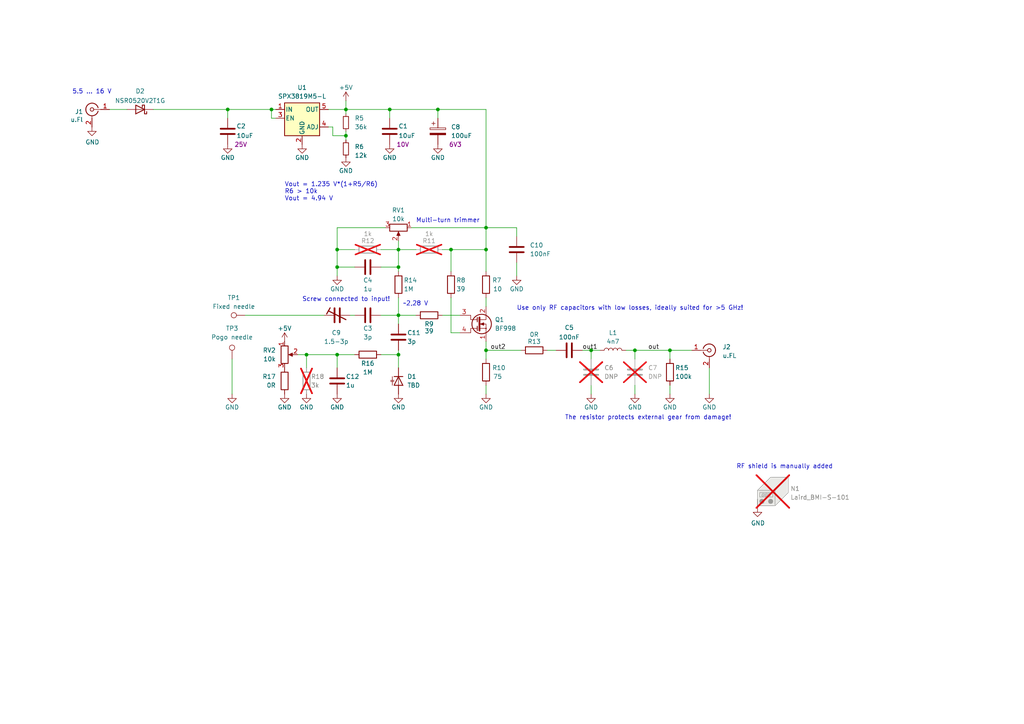
<source format=kicad_sch>
(kicad_sch (version 20250114) (generator "eeschema") (generator_version "9.0")
  (paper "A4")
  (lib_symbols
    (symbol "Connector:Conn_Coaxial" (pin_names (offset 1.016) (hide yes))
      (property "Reference" "J" (at 0.254 3.048 0))
      (property "Value" "Conn_Coaxial" (at 2.921 0 90))
      (symbol "Conn_Coaxial_0_1"
        (polyline (pts (xy -2.54 0) (xy -0.508 0)))
        (arc (start -1.778 0.508) (mid 0.222 1.8083) (end 1.778 0) (stroke (width 0.254)))
        (arc (start 1.778 0) (mid 0.222 -1.808) (end -1.778 -0.508) (stroke (width 0.254)))
        (circle (center 0 0) (radius 0.508) (stroke (width 0.2032)))
        (polyline (pts (xy 0 -2.54) (xy 0 -1.778)))
      )
      (symbol "Conn_Coaxial_1_1"
        (pin passive line (at -5.08 0 0) (length 2.54) (name "In") (number "1"))
        (pin passive line (at 0 -5.08 90) (length 2.54) (name "Ext") (number "2"))
      )
    )
    (symbol "Connector:TestPoint" (pin_numbers (hide yes)) (pin_names (offset 0.762) (hide yes))
      (property "Reference" "TP" (at 0 6.858 0))
      (property "Value" "TestPoint" (at 0 5.08 0))
      (symbol "TestPoint_0_1"
        (circle (center 0 3.302) (radius 0.762))
      )
      (symbol "TestPoint_1_1"
        (pin passive line (at 0 0 90) (length 2.54) (name "1") (number "1"))
      )
    )
    (symbol "Device:C" (pin_numbers (hide yes)) (pin_names (offset 0.254))
      (property "Reference" "C" (at 0.635 2.54 0))
      (property "Value" "C" (at 0.635 -2.54 0))
      (symbol "C_0_1"
        (polyline (pts (xy -2.032 0.762) (xy 2.032 0.762)) (stroke (width 0.508)))
        (polyline (pts (xy -2.032 -0.762) (xy 2.032 -0.762)) (stroke (width 0.508)))
      )
      (symbol "C_1_1"
        (pin passive line (at 0 3.81 270) (length 2.794) (name "~") (number "1"))
        (pin passive line (at 0 -3.81 90) (length 2.794) (name "~") (number "2"))
      )
    )
    (symbol "Device:C_Polarized" (pin_numbers (hide yes)) (pin_names (offset 0.254))
      (property "Reference" "C" (at 0.635 2.54 0))
      (property "Value" "C_Polarized" (at 0.635 -2.54 0))
      (symbol "C_Polarized_0_1"
        (rectangle (start -2.286 0.508) (end 2.286 1.016))
        (polyline (pts (xy -1.778 2.286) (xy -0.762 2.286)))
        (polyline (pts (xy -1.27 2.794) (xy -1.27 1.778)))
        (rectangle (start 2.286 -0.508) (end -2.286 -1.016) (fill (type outline)))
      )
      (symbol "C_Polarized_1_1"
        (pin passive line (at 0 3.81 270) (length 2.794) (name "~") (number "1"))
        (pin passive line (at 0 -3.81 90) (length 2.794) (name "~") (number "2"))
      )
    )
    (symbol "Device:C_Trim" (pin_numbers (hide yes)) (pin_names (offset 0.254) (hide yes))
      (property "Reference" "C" (at 1.524 -2.032 0))
      (property "Value" "C_Trim" (at 3.048 -3.556 0))
      (symbol "C_Trim_0_1"
        (polyline (pts (xy -2.032 0.762) (xy 2.032 0.762)) (stroke (width 0.508)))
        (polyline (pts (xy -2.032 -0.762) (xy 2.032 -0.762)) (stroke (width 0.508)))
        (polyline (pts (xy 1.27 2.54) (xy -1.27 -2.54)) (stroke (width 0.3048)))
        (polyline (pts (xy 1.27 2.54) (xy 0.381 3.048)) (stroke (width 0.3048)))
        (polyline (pts (xy 1.27 2.54) (xy 2.159 2.032)) (stroke (width 0.3048)))
      )
      (symbol "C_Trim_1_1"
        (pin passive line (at 0 3.81 270) (length 3.048) (name "~") (number "1"))
        (pin passive line (at 0 -3.81 90) (length 3.048) (name "~") (number "2"))
      )
    )
    (symbol "Device:D_Capacitance" (pin_numbers (hide yes)) (pin_names (offset 1.016) (hide yes))
      (property "Reference" "D" (at 0 2.54 0))
      (property "Value" "D_Capacitance" (at 0 -3.302 0))
      (symbol "D_Capacitance_0_1"
        (polyline (pts (xy -1.27 1.27) (xy -1.27 -1.27)) (stroke (width 0.254)))
        (polyline (pts (xy -1.27 0) (xy 1.27 0)))
        (polyline (pts (xy -1.27 -1.778) (xy -0.1524 -1.778)))
        (polyline (pts (xy -0.1524 -1.27) (xy -0.1524 -2.286)))
        (polyline (pts (xy 0.1524 -1.27) (xy 0.1524 -2.286)))
        (polyline (pts (xy 0.1524 -1.778) (xy 1.27 -1.778)))
        (polyline (pts (xy 1.27 1.27) (xy 1.27 -1.27) (xy -1.27 0) (xy 1.27 1.27)) (stroke (width 0.254)))
      )
      (symbol "D_Capacitance_1_1"
        (pin passive line (at -3.81 0 0) (length 2.54) (name "K") (number "1"))
        (pin passive line (at 3.81 0 180) (length 2.54) (name "A") (number "2"))
      )
    )
    (symbol "Device:D_Schottky" (pin_numbers (hide yes)) (pin_names (offset 1.016) (hide yes))
      (property "Reference" "D" (at 0 2.54 0))
      (property "Value" "D_Schottky" (at 0 -2.54 0))
      (symbol "D_Schottky_0_1"
        (polyline (pts (xy -1.905 0.635) (xy -1.905 1.27) (xy -1.27 1.27) (xy -1.27 -1.27) (xy -0.635 -1.27) (xy -0.635 -0.635)) (stroke (width 0.254)))
        (polyline (pts (xy 1.27 1.27) (xy 1.27 -1.27) (xy -1.27 0) (xy 1.27 1.27)) (stroke (width 0.254)))
        (polyline (pts (xy 1.27 0) (xy -1.27 0)))
      )
      (symbol "D_Schottky_1_1"
        (pin passive line (at -3.81 0 0) (length 2.54) (name "K") (number "1"))
        (pin passive line (at 3.81 0 180) (length 2.54) (name "A") (number "2"))
      )
    )
    (symbol "Device:L" (pin_numbers (hide yes)) (pin_names (offset 1.016) (hide yes))
      (property "Reference" "L" (at -1.27 0 90))
      (property "Value" "L" (at 1.905 0 90))
      (symbol "L_0_1"
        (arc (start 0 2.54) (mid 0.6323 1.905) (end 0 1.27))
        (arc (start 0 1.27) (mid 0.6323 0.635) (end 0 0))
        (arc (start 0 0) (mid 0.6323 -0.635) (end 0 -1.27))
        (arc (start 0 -1.27) (mid 0.6323 -1.905) (end 0 -2.54))
      )
      (symbol "L_1_1"
        (pin passive line (at 0 3.81 270) (length 1.27) (name "1") (number "1"))
        (pin passive line (at 0 -3.81 90) (length 1.27) (name "2") (number "2"))
      )
    )
    (symbol "Device:R" (pin_numbers (hide yes)) (pin_names (offset 0))
      (property "Reference" "R" (at 2.032 0 90))
      (property "Value" "R" (at 0 0 90))
      (symbol "R_0_1"
        (rectangle (start -1.016 -2.54) (end 1.016 2.54) (stroke (width 0.254)))
      )
      (symbol "R_1_1"
        (pin passive line (at 0 3.81 270) (length 1.27) (name "~") (number "1"))
        (pin passive line (at 0 -3.81 90) (length 1.27) (name "~") (number "2"))
      )
    )
    (symbol "Device:R_Potentiometer" (pin_names (offset 1.016) (hide yes))
      (property "Reference" "RV" (at -4.445 0 90))
      (property "Value" "R_Potentiometer" (at -2.54 0 90))
      (symbol "R_Potentiometer_0_1"
        (rectangle (start 1.016 2.54) (end -1.016 -2.54) (stroke (width 0.254)))
        (polyline (pts (xy 1.143 0) (xy 2.286 0.508) (xy 2.286 -0.508) (xy 1.143 0)) (fill (type outline)))
        (polyline (pts (xy 2.54 0) (xy 1.524 0)))
      )
      (symbol "R_Potentiometer_1_1"
        (pin passive line (at 0 3.81 270) (length 1.27) (name "1") (number "1"))
        (pin passive line (at 0 -3.81 90) (length 1.27) (name "3") (number "3"))
        (pin passive line (at 3.81 0 180) (length 1.27) (name "2") (number "2"))
      )
    )
    (symbol "Device:R_Small" (pin_numbers (hide yes)) (pin_names (offset 0.254) (hide yes))
      (property "Reference" "R" (at 0.762 0.508 0))
      (property "Value" "R_Small" (at 0.762 -1.016 0))
      (symbol "R_Small_0_1"
        (rectangle (start -0.762 1.778) (end 0.762 -1.778) (stroke (width 0.2032)))
      )
      (symbol "R_Small_1_1"
        (pin passive line (at 0 2.54 270) (length 0.762) (name "~") (number "1"))
        (pin passive line (at 0 -2.54 90) (length 0.762) (name "~") (number "2"))
      )
    )
    (symbol "Mechanical:Housing_Pad" (pin_numbers (hide yes)) (pin_names (offset 1.016) (hide yes))
      (property "Reference" "N" (at 4.445 0 0))
      (property "Value" "Housing_Pad" (at 4.445 -1.905 0))
      (symbol "Housing_Pad_0_1"
        (polyline (pts (xy -5.08 0) (xy 0 0) (xy 3.81 3.81)))
        (polyline (pts (xy -5.08 0) (xy -5.08 -4.445) (xy 0 -4.445) (xy 3.81 -0.635) (xy 3.81 3.81) (xy -1.27 3.81) (xy -5.08 0)) (fill (type background)))
        (rectangle (start -4.445 -0.635) (end -0.635 -1.905))
        (polyline (pts (xy -3.8862 -1.5748) (xy -3.8354 -1.3716)))
        (circle (center -3.81 -3.175) (radius 0.635) (fill (type outline)))
        (polyline (pts (xy -3.7846 -1.2192) (xy -3.7338 -0.9652)))
        (polyline (pts (xy -3.7846 -1.6764) (xy -3.429 -1.6764)))
        (polyline (pts (xy -3.683 -1.3208) (xy -3.3782 -1.3208)))
        (polyline (pts (xy -3.5814 -0.9144) (xy -3.2766 -0.9144)))
        (polyline (pts (xy -3.2766 -1.6256) (xy -3.2258 -1.3716)))
        (polyline (pts (xy -3.175 -1.2192) (xy -3.1242 -0.9652)))
        (polyline (pts (xy -2.9718 -1.5748) (xy -2.921 -1.3716)))
        (polyline (pts (xy -2.8702 -1.2192) (xy -2.8194 -0.9652)))
        (polyline (pts (xy -2.8702 -1.6764) (xy -2.5146 -1.6764)))
        (polyline (pts (xy -2.7686 -1.3208) (xy -2.4638 -1.3208)))
        (polyline (pts (xy -2.667 -0.9144) (xy -2.3622 -0.9144)))
        (polyline (pts (xy -2.3622 -1.6256) (xy -2.3114 -1.3716)))
        (polyline (pts (xy -2.2606 -1.2192) (xy -2.2098 -0.9652)))
        (polyline (pts (xy -2.0574 -1.5748) (xy -2.0066 -1.3716)))
        (polyline (pts (xy -1.9558 -1.2192) (xy -1.905 -0.9652)))
        (polyline (pts (xy -1.9558 -1.6764) (xy -1.6002 -1.6764)))
        (polyline (pts (xy -1.8542 -1.3208) (xy -1.5494 -1.3208)))
        (polyline (pts (xy -1.7526 -0.9144) (xy -1.4478 -0.9144)))
        (polyline (pts (xy -1.4478 -1.6256) (xy -1.397 -1.3716)))
        (polyline (pts (xy -1.3462 -1.2192) (xy -1.2954 -0.9652)))
        (circle (center -1.27 -3.175) (radius 0.635) (fill (type outline)))
        (polyline (pts (xy 0 0) (xy 0 -4.445)))
      )
      (symbol "Housing_Pad_1_1"
        (pin input line (at -5.08 -5.08 90) (length 2.54) (name "PAD") (number "1"))
      )
    )
    (symbol "Regulator_Linear:SPX3819M5-L" (pin_names (offset 0.254))
      (property "Reference" "U" (at -3.81 5.715 0))
      (property "Value" "SPX3819M5-L" (at 0 5.715 0))
      (symbol "SPX3819M5-L_0_1"
        (rectangle (start -5.08 4.445) (end 5.08 -5.08) (stroke (width 0.254)) (fill (type background)))
      )
      (symbol "SPX3819M5-L_1_1"
        (pin power_in line (at -7.62 2.54 0) (length 2.54) (name "IN") (number "1"))
        (pin input line (at -7.62 0 0) (length 2.54) (name "EN") (number "3"))
        (pin power_in line (at 0 -7.62 90) (length 2.54) (name "GND") (number "2"))
        (pin power_out line (at 7.62 2.54 180) (length 2.54) (name "OUT") (number "5"))
        (pin input line (at 7.62 -2.54 180) (length 2.54) (name "ADJ") (number "4"))
      )
    )
    (symbol "petr:u.FL" (pin_names (offset 1.016) (hide yes))
      (property "Reference" "J" (at 1.27 -3.175 0))
      (property "Value" "u.FL" (at 1.27 -5.4864 0))
      (symbol "u.FL_0_1"
        (polyline (pts (xy -2.54 0) (xy -0.508 0)))
        (arc (start -1.778 0.508) (mid 0.222 1.8083) (end 1.778 0) (stroke (width 0.254)))
        (arc (start 1.778 0) (mid 0.222 -1.808) (end -1.778 -0.508) (stroke (width 0.254)))
        (circle (center 0 0) (radius 0.508) (stroke (width 0.2032)))
        (polyline (pts (xy 0 -2.54) (xy 0 -1.778)))
      )
      (symbol "u.FL_1_1"
        (pin passive line (at -5.08 0 0) (length 2.54) (name "In") (number "1"))
        (pin passive line (at 0 -5.08 90) (length 2.54) (name "Ext") (number "2"))
      )
    )
    (symbol "petr_kicad:BF998-petr_kicad_1" (pin_names (offset 0) (hide yes))
      (property "Reference" "Q" (at 5.08 1.905 0))
      (property "Value" "BF998-petr_kicad_1" (at 5.08 0 0))
      (symbol "BF998-petr_kicad_1_0_1"
        (polyline (pts (xy 0 1.27) (xy -1.905 1.27) (xy -1.905 2.54) (xy -2.54 2.54)))
        (polyline (pts (xy 0 0.635) (xy 0 1.905)) (stroke (width 0.254)))
        (polyline (pts (xy 0 -0.635) (xy 0 -1.905) (xy 0 -1.524)) (stroke (width 0.254)))
        (polyline (pts (xy 0 -1.27) (xy -1.905 -1.27) (xy -1.905 -2.54) (xy -2.54 -2.54)))
        (polyline (pts (xy 0.635 1.905) (xy 0.635 -1.905)) (stroke (width 0.508)))
        (polyline (pts (xy 0.762 1.27) (xy 2.54 1.27) (xy 2.54 2.54) (xy 2.54 2.54)))
        (polyline (pts (xy 0.762 0) (xy 1.27 0) (xy 2.54 0) (xy 2.54 -1.27) (xy 2.54 -1.27)))
        (polyline (pts (xy 0.762 -1.27) (xy 2.54 -1.27) (xy 2.54 -2.54) (xy 2.54 -2.54)))
        (polyline (pts (xy 0.889 0) (xy 1.905 0.381) (xy 1.905 -0.381) (xy 0.889 0) (xy 1.016 0) (xy 1.016 0)) (fill (type outline)))
        (circle (center 1.27 0) (radius 2.8194) (stroke (width 0.254)))
        (circle (center 2.54 -1.27) (radius 0.127))
      )
      (symbol "BF998-petr_kicad_1_1_1"
        (pin passive line (at -5.08 2.54 0) (length 2.54) (name "G1") (number "3"))
        (pin passive line (at -5.08 -2.54 0) (length 2.54) (name "G2") (number "4"))
        (pin passive line (at 2.54 5.08 270) (length 2.54) (name "D") (number "2"))
        (pin passive line (at 2.54 -5.08 90) (length 2.54) (name "S") (number "1"))
      )
    )
    (symbol "power:+5V" (power) (pin_numbers (hide yes)) (pin_names (offset 0) (hide yes))
      (property "Value" "+5V" (at 0 3.556 0))
      (symbol "+5V_0_1"
        (polyline (pts (xy -0.762 1.27) (xy 0 2.54)))
        (polyline (pts (xy 0 2.54) (xy 0.762 1.27)))
        (polyline (pts (xy 0 0) (xy 0 2.54)))
      )
      (symbol "+5V_1_1"
        (pin power_in line (at 0 0 90) (length 0) (name "~") (number "1"))
      )
    )
    (symbol "power:GND" (power) (pin_names (offset 0))
      (property "Value" "GND" (at 0 -3.81 0))
      (symbol "GND_0_1"
        (polyline (pts (xy 0 0) (xy 0 -1.27) (xy 1.27 -1.27) (xy 0 -2.54) (xy -1.27 -1.27) (xy 0 -1.27)))
      )
      (symbol "GND_1_1"
        (pin power_in line (at 0 0 270) (length 0) (hide yes) (name "GND") (number "1"))
      )
    )
  )
  (text "Use only RF capacitors with low losses, ideally suited for >5 GHz!" (at 149.86 90.17 0) (effects (font (size 1.27 1.27)) (justify left bottom)))
  (text "RF shield is manually added\n" (at 227.584 135.382 0) (effects (font (size 1.27 1.27))))
  (text "~2,28 V" (at 116.84 88.9 0) (effects (font (size 1.27 1.27)) (justify left bottom)))
  (text "Multi-turn trimmer" (at 120.65 64.77 0) (effects (font (size 1.27 1.27)) (justify left bottom)))
  (text "The resistor protects external gear from damage!" (at 163.83 121.92 0) (effects (font (size 1.27 1.27)) (justify left bottom)))
  (text "Vout = 1.235 V*(1+R5/R6)\nR6 > 10k\nVout = 4.94 V" (at 82.55 58.42 0) (effects (font (size 1.27 1.27)) (justify left bottom)))
  (text "Screw connected to input!" (at 87.63 87.63 0) (effects (font (size 1.27 1.27)) (justify left bottom)))
  (text "5.5 ... 16 V" (at 26.67 26.67 0) (effects (font (size 1.27 1.27))))
  (junction (at 115.57 91.44))
  (junction (at 140.97 72.39))
  (junction (at 127 31.75))
  (junction (at 194.31 101.6))
  (junction (at 97.79 102.87))
  (junction (at 115.57 77.47))
  (junction (at 100.33 39.37))
  (junction (at 115.57 102.87))
  (junction (at 97.79 72.39))
  (junction (at 140.97 101.6))
  (junction (at 100.33 31.75))
  (junction (at 113.03 31.75))
  (junction (at 171.45 101.6))
  (junction (at 66.04 31.75))
  (junction (at 97.79 77.47))
  (junction (at 78.74 31.75))
  (junction (at 140.97 66.04))
  (junction (at 115.57 72.39))
  (junction (at 184.15 101.6))
  (junction (at 130.81 72.39))
  (junction (at 88.9 102.87))
  (wire (pts (xy 66.04 31.75) (xy 66.04 34.29)))
  (wire (pts (xy 127 31.75) (xy 113.03 31.75)))
  (wire (pts (xy 184.15 101.6) (xy 194.31 101.6)))
  (wire (pts (xy 130.81 72.39) (xy 130.81 78.74)))
  (wire (pts (xy 113.03 31.75) (xy 113.03 34.29)))
  (wire (pts (xy 115.57 91.44) (xy 115.57 93.98)))
  (wire (pts (xy 140.97 86.36) (xy 140.97 88.9)))
  (wire (pts (xy 115.57 91.44) (xy 115.57 86.36)))
  (wire (pts (xy 115.57 72.39) (xy 120.65 72.39)))
  (wire (pts (xy 149.86 66.04) (xy 140.97 66.04)))
  (wire (pts (xy 71.12 91.44) (xy 93.98 91.44)))
  (wire (pts (xy 100.33 29.21) (xy 100.33 31.75)))
  (wire (pts (xy 97.79 77.47) (xy 102.87 77.47)))
  (wire (pts (xy 88.9 102.87) (xy 88.9 106.68)))
  (wire (pts (xy 181.61 101.6) (xy 184.15 101.6)))
  (wire (pts (xy 102.87 72.39) (xy 97.79 72.39)))
  (wire (pts (xy 184.15 114.3) (xy 184.15 111.76)))
  (wire (pts (xy 44.45 31.75) (xy 66.04 31.75)))
  (wire (pts (xy 140.97 72.39) (xy 140.97 78.74)))
  (wire (pts (xy 95.25 31.75) (xy 100.33 31.75)))
  (wire (pts (xy 158.75 101.6) (xy 161.29 101.6)))
  (wire (pts (xy 133.35 96.52) (xy 130.81 96.52)))
  (wire (pts (xy 133.35 91.44) (xy 128.27 91.44)))
  (wire (pts (xy 78.74 31.75) (xy 78.74 34.29)))
  (wire (pts (xy 130.81 86.36) (xy 130.81 96.52)))
  (wire (pts (xy 140.97 31.75) (xy 140.97 66.04)))
  (wire (pts (xy 96.52 36.83) (xy 96.52 39.37)))
  (wire (pts (xy 140.97 31.75) (xy 127 31.75)))
  (wire (pts (xy 171.45 101.6) (xy 173.99 101.6)))
  (wire (pts (xy 205.74 114.3) (xy 205.74 106.68)))
  (wire (pts (xy 149.86 76.2) (xy 149.86 80.01)))
  (wire (pts (xy 110.49 91.44) (xy 115.57 91.44)))
  (wire (pts (xy 171.45 101.6) (xy 171.45 104.14)))
  (wire (pts (xy 171.45 111.76) (xy 171.45 114.3)))
  (wire (pts (xy 100.33 31.75) (xy 113.03 31.75)))
  (wire (pts (xy 149.86 68.58) (xy 149.86 66.04)))
  (wire (pts (xy 115.57 102.87) (xy 115.57 106.68)))
  (wire (pts (xy 194.31 114.3) (xy 194.31 111.76)))
  (wire (pts (xy 88.9 102.87) (xy 97.79 102.87)))
  (wire (pts (xy 97.79 66.04) (xy 97.79 72.39)))
  (wire (pts (xy 100.33 38.1) (xy 100.33 39.37)))
  (wire (pts (xy 119.38 66.04) (xy 140.97 66.04)))
  (wire (pts (xy 67.31 104.14) (xy 67.31 114.3)))
  (wire (pts (xy 127 31.75) (xy 127 34.29)))
  (wire (pts (xy 115.57 72.39) (xy 115.57 77.47)))
  (wire (pts (xy 31.75 31.75) (xy 36.83 31.75)))
  (wire (pts (xy 95.25 36.83) (xy 96.52 36.83)))
  (wire (pts (xy 78.74 31.75) (xy 80.01 31.75)))
  (wire (pts (xy 128.27 72.39) (xy 130.81 72.39)))
  (wire (pts (xy 101.6 91.44) (xy 102.87 91.44)))
  (wire (pts (xy 80.01 34.29) (xy 78.74 34.29)))
  (wire (pts (xy 97.79 72.39) (xy 97.79 77.47)))
  (wire (pts (xy 140.97 101.6) (xy 140.97 99.06)))
  (wire (pts (xy 100.33 33.02) (xy 100.33 31.75)))
  (wire (pts (xy 184.15 101.6) (xy 184.15 104.14)))
  (wire (pts (xy 97.79 102.87) (xy 102.87 102.87)))
  (wire (pts (xy 111.76 66.04) (xy 97.79 66.04)))
  (wire (pts (xy 115.57 91.44) (xy 120.65 91.44)))
  (wire (pts (xy 194.31 101.6) (xy 200.66 101.6)))
  (wire (pts (xy 115.57 101.6) (xy 115.57 102.87)))
  (wire (pts (xy 140.97 114.3) (xy 140.97 111.76)))
  (wire (pts (xy 140.97 101.6) (xy 151.13 101.6)))
  (wire (pts (xy 66.04 31.75) (xy 78.74 31.75)))
  (wire (pts (xy 115.57 69.85) (xy 115.57 72.39)))
  (wire (pts (xy 100.33 40.64) (xy 100.33 39.37)))
  (wire (pts (xy 97.79 77.47) (xy 97.79 80.01)))
  (wire (pts (xy 140.97 66.04) (xy 140.97 72.39)))
  (wire (pts (xy 115.57 77.47) (xy 115.57 78.74)))
  (wire (pts (xy 86.36 102.87) (xy 88.9 102.87)))
  (wire (pts (xy 110.49 77.47) (xy 115.57 77.47)))
  (wire (pts (xy 130.81 72.39) (xy 140.97 72.39)))
  (wire (pts (xy 194.31 101.6) (xy 194.31 104.14)))
  (wire (pts (xy 96.52 39.37) (xy 100.33 39.37)))
  (wire (pts (xy 110.49 72.39) (xy 115.57 72.39)))
  (wire (pts (xy 140.97 101.6) (xy 140.97 104.14)))
  (wire (pts (xy 110.49 102.87) (xy 115.57 102.87)))
  (wire (pts (xy 97.79 102.87) (xy 97.79 106.68)))
  (wire (pts (xy 168.91 101.6) (xy 171.45 101.6)))
  (label "out1" (at 168.91 101.6 0))
  (label "out2" (at 142.24 101.6 0))
  (label "out" (at 187.96 101.6 0))
  (symbol (lib_id "Device:C") (at 66.04 38.1 180) (unit 1)
    (property "Reference" "C2" (at 68.58 36.5949 0) (effects (justify right)))
    (property "Value" "10uF" (at 68.58 39.37 0) (effects (justify right)))
    (property "Footprint" "Capacitor_SMD:C_0603_1608Metric" (effects (hide yes)))
    (property "voltage" "25V" (at 69.85 41.91 0))
    (property "MPN" "CL10A106MA8NRNC" (effects (hide yes)))
    (property "OC_LCSC" "C96446" (effects (hide yes)))
    (property "LCSC Part" "C96446" (effects (hide yes)))
  )
  (symbol (lib_id "Device:C") (at 184.15 107.95 180) (unit 1) (dnp yes)
    (property "Reference" "C7" (at 187.96 106.68 0) (effects (justify right)))
    (property "Value" "DNP" (at 187.96 109.22 0) (effects (justify right)))
    (property "Description" "Unpolarized capacitor" (effects (hide yes)))
  )
  (symbol (lib_id "Device:R") (at 154.94 101.6 90) (unit 1)
    (property "Reference" "R13" (at 154.94 99.06 90))
    (property "Value" "0R" (at 154.94 97.028 90))
    (property "Description" "Resistor" (effects (hide yes)))
  )
  (symbol (lib_id "Device:R") (at 88.9 110.49 180) (unit 1) (dnp yes)
    (property "Reference" "R18" (at 90.17 109.22 0) (effects (justify right)))
    (property "Value" "3k" (at 90.17 111.76 0) (effects (justify right)))
    (property "Description" "Resistor" (effects (hide yes)))
  )
  (symbol (lib_id "Device:C") (at 115.57 97.79 180) (unit 1)
    (property "Reference" "C11" (at 118.11 96.52 0) (effects (justify right)))
    (property "Value" "3p" (at 118.11 99.06 0) (effects (justify right)))
    (property "Description" "Unpolarized capacitor" (effects (hide yes)))
  )
  (symbol (lib_id "petr_kicad:BF998-petr_kicad_1") (at 138.43 93.98 0) (unit 1)
    (property "Reference" "Q1" (at 143.51 92.7099 0) (effects (justify left)))
    (property "Value" "BF998" (at 143.51 95.2499 0) (effects (justify left)))
    (property "Footprint" "Package_TO_SOT_SMD:SOT-143" (effects (hide yes)))
  )
  (symbol (lib_id "Device:C") (at 165.1 101.6 90) (unit 1)
    (property "Reference" "C5" (at 165.1 95.0149 90))
    (property "Value" "100nF" (at 165.1 97.79 90))
    (property "Footprint" "Capacitor_SMD:C_1206_3216Metric" (effects (hide yes)))
    (property "dielectric" "NP0" (effects (hide yes)))
    (property "MPN" "GRM3195C1H104GA05D" (effects (hide yes)))
    (property "OC_LCSC" "C907944" (effects (hide yes)))
    (property "LCSC Part" "C2981728" (effects (hide yes)))
    (property "LCSC alternative" "C2981728" (effects (hide yes)))
  )
  (symbol (lib_id "power:GND") (at 205.74 114.3 0) (unit 1)
    (property "Reference" "#PWR0107" (effects (hide yes)))
    (property "Value" "GND" (at 205.74 118.11 0))
  )
  (symbol (lib_id "Connector:TestPoint") (at 67.31 104.14 0) (unit 1) (in_bom no)
    (property "Reference" "TP3" (at 67.31 95.25 0))
    (property "Value" "Pogo needle" (at 67.31 97.79 0))
    (property "Footprint" "TestPoint:TestPoint_THTPad_D2.0mm_Drill1.0mm" (effects (hide yes)))
  )
  (symbol (lib_id "power:GND") (at 219.71 147.32 0) (unit 1)
    (property "Reference" "#PWR02" (effects (hide yes)))
    (property "Value" "GND" (at 219.837 151.7142 0))
  )
  (symbol (lib_id "power:GND") (at 66.04 41.91 0) (unit 1)
    (property "Reference" "#PWR05" (effects (hide yes)))
    (property "Value" "GND" (at 66.04 45.72 0))
  )
  (symbol (lib_id "power:GND") (at 115.57 114.3 0) (unit 1)
    (property "Reference" "#PWR0109" (effects (hide yes)))
    (property "Value" "GND" (at 115.57 118.11 0))
  )
  (symbol (lib_id "Device:R_Potentiometer") (at 115.57 66.04 270) (unit 1)
    (property "Reference" "RV1" (at 115.57 60.96 90))
    (property "Value" "10k" (at 115.57 63.5 90))
    (property "Description" "Potentiometer" (effects (hide yes)))
  )
  (symbol (lib_id "Device:R") (at 130.81 82.55 0) (unit 1)
    (property "Reference" "R8" (at 132.334 81.28 0) (effects (justify left)))
    (property "Value" "39" (at 132.334 83.82 0) (effects (justify left)))
    (property "Description" "Resistor" (effects (hide yes)))
  )
  (symbol (lib_id "Connector:Conn_Coaxial") (at 26.67 31.75 0) (mirror y) (unit 1)
    (property "Reference" "J1" (at 24.13 32.385 0) (effects (justify left)))
    (property "Value" "u.Fl" (at 24.13 34.6964 0) (effects (justify left)))
    (property "Footprint" "Connector_Coaxial:U.FL_Molex_MCRF_73412-0110_Vertical" (effects (hide yes)))
    (property "Datasheet" " ~" (effects (hide yes)))
    (property "MPN" "CONMHF1-SMD-G-T" (effects (hide yes)))
    (property "LCSC Part" "C5137195" (effects (hide yes)))
  )
  (symbol (lib_id "Device:R") (at 106.68 102.87 90) (unit 1)
    (property "Reference" "R16" (at 106.68 105.41 90))
    (property "Value" "1M" (at 106.68 107.95 90))
    (property "Description" "Resistor" (effects (hide yes)))
  )
  (symbol (lib_id "power:GND") (at 100.33 45.72 0) (unit 1)
    (property "Reference" "#PWR07" (effects (hide yes)))
    (property "Value" "GND" (at 100.33 49.53 0))
  )
  (symbol (lib_id "power:GND") (at 67.31 114.3 0) (unit 1)
    (property "Reference" "#PWR0113" (effects (hide yes)))
    (property "Value" "GND" (at 67.31 118.11 0))
  )
  (symbol (lib_id "Regulator_Linear:SPX3819M5-L") (at 87.63 34.29 0) (unit 1)
    (property "Reference" "U1" (at 87.63 25.4 0))
    (property "Value" "SPX3819M5-L" (at 87.63 27.94 0))
    (property "Footprint" "Package_TO_SOT_SMD:SOT-23-5" (effects (hide yes)))
    (property "Datasheet" "https://www.exar.com/content/document.ashx?id=22106&languageid=1033&type=Datasheet&partnumber=SPX3819&filename=SPX3819.pdf&part=SPX3819" (effects (hide yes)))
    (property "OC_LCSC" "C9056" (effects (hide yes)))
    (property "MPN" "SPX3819M5-L/TR" (effects (hide yes)))
    (property "LCSC Part" "C9056" (effects (hide yes)))
  )
  (symbol (lib_id "Device:C") (at 106.68 91.44 90) (unit 1)
    (property "Reference" "C3" (at 106.68 95.25 90))
    (property "Value" "3p" (at 106.68 97.79 90))
    (property "Description" "Unpolarized capacitor" (effects (hide yes)))
  )
  (symbol (lib_id "power:+5V") (at 100.33 29.21 0) (unit 1)
    (property "Reference" "#PWR04" (effects (hide yes)))
    (property "Value" "+5V" (at 100.33 25.4 0))
    (property "Description" "Power symbol creates a global label with name \"+5V\"" (effects (hide yes)))
  )
  (symbol (lib_id "power:GND") (at 149.86 80.01 0) (unit 1)
    (property "Reference" "#PWR0115" (effects (hide yes)))
    (property "Value" "GND" (at 149.86 83.82 0))
  )
  (symbol (lib_id "Device:D_Schottky") (at 40.64 31.75 180) (unit 1)
    (property "Reference" "D2" (at 40.64 26.4349 0))
    (property "Value" "NSR0520V2T1G" (at 40.64 29.21 0))
    (property "Footprint" "Diode_SMD:D_SOD-523" (effects (hide yes)))
    (property "comment" "just about any schottky will do" (effects (hide yes)))
    (property "MPN" "NSR0520V2T1G" (effects (hide yes)))
    (property "OC_LCSC" "C99683" (effects (hide yes)))
    (property "LCSC Part" "C99683" (effects (hide yes)))
  )
  (symbol (lib_id "Device:C_Trim") (at 97.79 91.44 90) (unit 1)
    (property "Reference" "C9" (at 97.536 96.52 90))
    (property "Value" "1.5-3p" (at 97.536 99.06 90))
    (property "Description" "Trimmable capacitor" (effects (hide yes)))
  )
  (symbol (lib_id "Device:R") (at 115.57 82.55 0) (unit 1)
    (property "Reference" "R14" (at 117.094 81.28 0) (effects (justify left)))
    (property "Value" "1M" (at 117.094 83.82 0) (effects (justify left)))
    (property "Description" "Resistor" (effects (hide yes)))
  )
  (symbol (lib_id "Device:C") (at 149.86 72.39 180) (unit 1)
    (property "Reference" "C10" (at 153.67 71.1199 0) (effects (justify right)))
    (property "Value" "100nF" (at 153.67 73.6599 0) (effects (justify right)))
    (property "Footprint" "Capacitor_SMD:C_1206_3216Metric" (effects (hide yes)))
    (property "dielectric" "NP0" (effects (hide yes)))
    (property "MPN" "GRM3195C1H104GA05D" (effects (hide yes)))
    (property "OC_LCSC" "C907944" (effects (hide yes)))
    (property "LCSC Part" "C2981728" (effects (hide yes)))
    (property "LCSC alternative" "C2981728" (effects (hide yes)))
  )
  (symbol (lib_id "Device:L") (at 177.8 101.6 90) (unit 1)
    (property "Reference" "L1" (at 177.8 96.52 90))
    (property "Value" "4n7" (at 177.8 99.06 90))
    (property "Description" "Inductor" (effects (hide yes)))
  )
  (symbol (lib_id "Device:R") (at 140.97 82.55 0) (unit 1)
    (property "Reference" "R7" (at 142.748 81.28 0) (effects (justify left)))
    (property "Value" "10" (at 143.002 83.82 0) (effects (justify left)))
    (property "Description" "Resistor" (effects (hide yes)))
  )
  (symbol (lib_id "Device:D_Capacitance") (at 115.57 110.49 270) (unit 1)
    (property "Reference" "D1" (at 118.11 109.2199 90) (effects (justify left)))
    (property "Value" "TBD" (at 118.11 111.7599 90) (effects (justify left)))
    (property "Description" "Variable capacitance diode" (effects (hide yes)))
  )
  (symbol (lib_id "power:GND") (at 127 41.91 0) (unit 1)
    (property "Reference" "#PWR08" (effects (hide yes)))
    (property "Value" "GND" (at 127 45.72 0))
  )
  (symbol (lib_id "power:GND") (at 171.45 114.3 0) (unit 1)
    (property "Reference" "#PWR0105" (effects (hide yes)))
    (property "Value" "GND" (at 171.45 118.11 0))
  )
  (symbol (lib_id "Device:R") (at 140.97 107.95 0) (unit 1)
    (property "Reference" "R10" (at 142.748 106.68 0) (effects (justify left)))
    (property "Value" "75" (at 143.002 109.22 0) (effects (justify left)))
    (property "Description" "Resistor" (effects (hide yes)))
  )
  (symbol (lib_id "power:GND") (at 87.63 41.91 0) (unit 1)
    (property "Reference" "#PWR03" (effects (hide yes)))
    (property "Value" "GND" (at 87.63 45.72 0))
  )
  (symbol (lib_id "Device:R") (at 124.46 91.44 270) (unit 1)
    (property "Reference" "R9" (at 124.46 93.98 90))
    (property "Value" "39" (at 124.46 96.012 90))
    (property "Description" "Resistor" (effects (hide yes)))
  )
  (symbol (lib_id "power:GND") (at 194.31 114.3 0) (unit 1)
    (property "Reference" "#PWR0108" (effects (hide yes)))
    (property "Value" "GND" (at 194.31 118.11 0))
  )
  (symbol (lib_id "Device:R_Potentiometer") (at 82.55 102.87 0) (unit 1)
    (property "Reference" "RV2" (at 80.01 101.5999 0) (effects (justify right)))
    (property "Value" "10k" (at 80.01 104.1399 0) (effects (justify right)))
    (property "Description" "Potentiometer" (effects (hide yes)))
  )
  (symbol (lib_id "power:GND") (at 97.79 114.3 0) (unit 1)
    (property "Reference" "#PWR0111" (effects (hide yes)))
    (property "Value" "GND" (at 97.79 118.11 0))
  )
  (symbol (lib_id "Mechanical:Housing_Pad") (at 224.79 142.24 0) (unit 1) (dnp yes)
    (property "Reference" "N1" (at 229.235 141.7228 0) (effects (justify left)))
    (property "Value" "Laird_BMI-S-101" (at 229.235 144.2597 0) (effects (justify left)))
    (property "Footprint" "RF_Shielding:Laird_Technologies_BMI-S-101_13.66x12.70mm" (effects (hide yes)))
    (property "comment" "remove one sidewall" (effects (hide yes)))
  )
  (symbol (lib_id "Device:C") (at 97.79 110.49 0) (unit 1)
    (property "Reference" "C12" (at 100.33 109.22 0) (effects (justify left)))
    (property "Value" "1u" (at 100.33 111.76 0) (effects (justify left)))
    (property "Description" "Unpolarized capacitor" (effects (hide yes)))
  )
  (symbol (lib_id "Device:R") (at 194.31 107.95 0) (unit 1)
    (property "Reference" "R15" (at 195.834 106.68 0) (effects (justify left)))
    (property "Value" "100k" (at 195.834 109.22 0) (effects (justify left)))
    (property "Description" "Resistor" (effects (hide yes)))
  )
  (symbol (lib_id "Device:C") (at 106.68 77.47 270) (unit 1)
    (property "Reference" "C4" (at 106.68 81.28 90))
    (property "Value" "1u" (at 106.68 83.82 90))
    (property "Description" "Unpolarized capacitor" (effects (hide yes)))
  )
  (symbol (lib_id "power:GND") (at 88.9 114.3 0) (unit 1)
    (property "Reference" "#PWR0112" (effects (hide yes)))
    (property "Value" "GND" (at 88.9 118.11 0))
  )
  (symbol (lib_id "power:GND") (at 82.55 114.3 0) (unit 1)
    (property "Reference" "#PWR0110" (effects (hide yes)))
    (property "Value" "GND" (at 82.55 118.11 0))
  )
  (symbol (lib_id "Device:C") (at 171.45 107.95 180) (unit 1) (dnp yes)
    (property "Reference" "C6" (at 175.26 106.68 0) (effects (justify right)))
    (property "Value" "DNP" (at 175.26 109.22 0) (effects (justify right)))
    (property "Description" "Unpolarized capacitor" (effects (hide yes)))
  )
  (symbol (lib_id "power:GND") (at 97.79 80.01 0) (unit 1)
    (property "Reference" "#PWR0114" (effects (hide yes)))
    (property "Value" "GND" (at 97.79 83.82 0))
  )
  (symbol (lib_id "power:GND") (at 113.03 41.91 0) (unit 1)
    (property "Reference" "#PWR06" (effects (hide yes)))
    (property "Value" "GND" (at 113.03 45.72 0))
  )
  (symbol (lib_id "Device:R") (at 106.68 72.39 90) (unit 1) (dnp yes)
    (property "Reference" "R12" (at 106.68 69.85 90))
    (property "Value" "1k" (at 106.68 67.818 90))
    (property "Description" "Resistor" (effects (hide yes)))
  )
  (symbol (lib_id "Device:R") (at 82.55 110.49 180) (unit 1)
    (property "Reference" "R17" (at 80.01 109.2199 0) (effects (justify left)))
    (property "Value" "0R" (at 80.01 111.7599 0) (effects (justify left)))
    (property "Description" "Resistor" (effects (hide yes)))
  )
  (symbol (lib_id "Device:C") (at 113.03 38.1 180) (unit 1)
    (property "Reference" "C1" (at 115.57 36.5949 0) (effects (justify right)))
    (property "Value" "10uF" (at 115.57 39.37 0) (effects (justify right)))
    (property "Footprint" "Capacitor_SMD:C_0402_1005Metric" (effects (hide yes)))
    (property "voltage" "10V" (at 116.84 41.91 0))
    (property "MPN" "GRM155R61A106ME44D" (effects (hide yes)))
    (property "OC_LCSC" "C77000" (effects (hide yes)))
    (property "LCSC Part" "C77000" (effects (hide yes)))
  )
  (symbol (lib_id "power:+5V") (at 82.55 99.06 0) (unit 1)
    (property "Reference" "#PWR09" (effects (hide yes)))
    (property "Value" "+5V" (at 82.55 95.25 0))
    (property "Description" "Power symbol creates a global label with name \"+5V\"" (effects (hide yes)))
  )
  (symbol (lib_id "Device:R") (at 124.46 72.39 90) (unit 1) (dnp yes)
    (property "Reference" "R11" (at 124.46 69.85 90))
    (property "Value" "1k" (at 124.46 67.818 90))
    (property "Description" "Resistor" (effects (hide yes)))
  )
  (symbol (lib_id "Device:R_Small") (at 100.33 43.18 0) (unit 1)
    (property "Reference" "R6" (at 102.87 42.545 0) (effects (justify left)))
    (property "Value" "12k" (at 102.87 45.085 0) (effects (justify left)))
    (property "Footprint" "Resistor_SMD:R_0402_1005Metric" (effects (hide yes)))
    (property "MPN" "RC0402FR-0712KL" (effects (hide yes)))
    (property "OC_LCSC" "C114760" (effects (hide yes)))
    (property "comment" "general purpose" (effects (hide yes)))
    (property "dielectric" "1%" (effects (hide yes)))
    (property "LCSC Part" "C114760" (effects (hide yes)))
    (property "LCSC alternative" "C413095" (effects (hide yes)))
  )
  (symbol (lib_id "power:GND") (at 184.15 114.3 0) (unit 1)
    (property "Reference" "#PWR0106" (effects (hide yes)))
    (property "Value" "GND" (at 184.15 118.11 0))
  )
  (symbol (lib_id "Device:R_Small") (at 100.33 35.56 0) (unit 1)
    (property "Reference" "R5" (at 102.87 34.2899 0) (effects (justify left)))
    (property "Value" "36k" (at 102.87 36.8299 0) (effects (justify left)))
    (property "Footprint" "Resistor_SMD:R_0402_1005Metric" (effects (hide yes)))
    (property "MPN" "RC0402FR-0727KL" (effects (hide yes)))
    (property "OC_LCSC" "C138022" (effects (hide yes)))
    (property "comment" "general purpose" (effects (hide yes)))
    (property "dielectric" "1%" (effects (hide yes)))
    (property "LCSC Part" "C138022" (effects (hide yes)))
  )
  (symbol (lib_id "power:GND") (at 26.67 36.83 0) (unit 1)
    (property "Reference" "#PWR01" (effects (hide yes)))
    (property "Value" "GND" (at 26.797 41.2242 0))
  )
  (symbol (lib_id "Connector:TestPoint") (at 71.12 91.44 90) (unit 1)
    (property "Reference" "TP1" (at 67.818 86.36 90))
    (property "Value" "Fixed needle" (at 67.818 88.9 90))
    (property "Description" "test point" (effects (hide yes)))
  )
  (symbol (lib_id "power:GND") (at 140.97 114.3 0) (unit 1)
    (property "Reference" "#PWR0104" (effects (hide yes)))
    (property "Value" "GND" (at 140.97 118.11 0))
  )
  (symbol (lib_id "petr:u.FL") (at 205.74 101.6 0) (unit 1)
    (property "Reference" "J2" (at 209.55 100.6231 0) (effects (justify left)))
    (property "Value" "u.FL" (at 209.55 103.1631 0) (effects (justify left)))
    (property "Footprint" "Connector_Coaxial:U.FL_Molex_MCRF_73412-0110_Vertical" (effects (hide yes)))
    (property "Description" "coaxial connector" (effects (hide yes)))
  )
  (symbol (lib_id "Device:C_Polarized") (at 127 38.1 0) (unit 1)
    (property "Reference" "C8" (at 130.81 36.83 0) (effects (justify left)))
    (property "Value" "100uF" (at 130.81 39.37 0) (effects (justify left)))
    (property "Footprint" "Capacitor_Tantalum_SMD:CP_EIA-3216-18_Kemet-A" (effects (hide yes)))
    (property "voltage" "6V3" (at 132.08 41.91 0))
    (property "MPN" "T55A107M6R3C0045" (effects (hide yes)))
    (property "OC_LCSC" "C2158564" (effects (hide yes)))
    (property "LCSC Part" "C2158564" (effects (hide yes)))
  )
)
</source>
